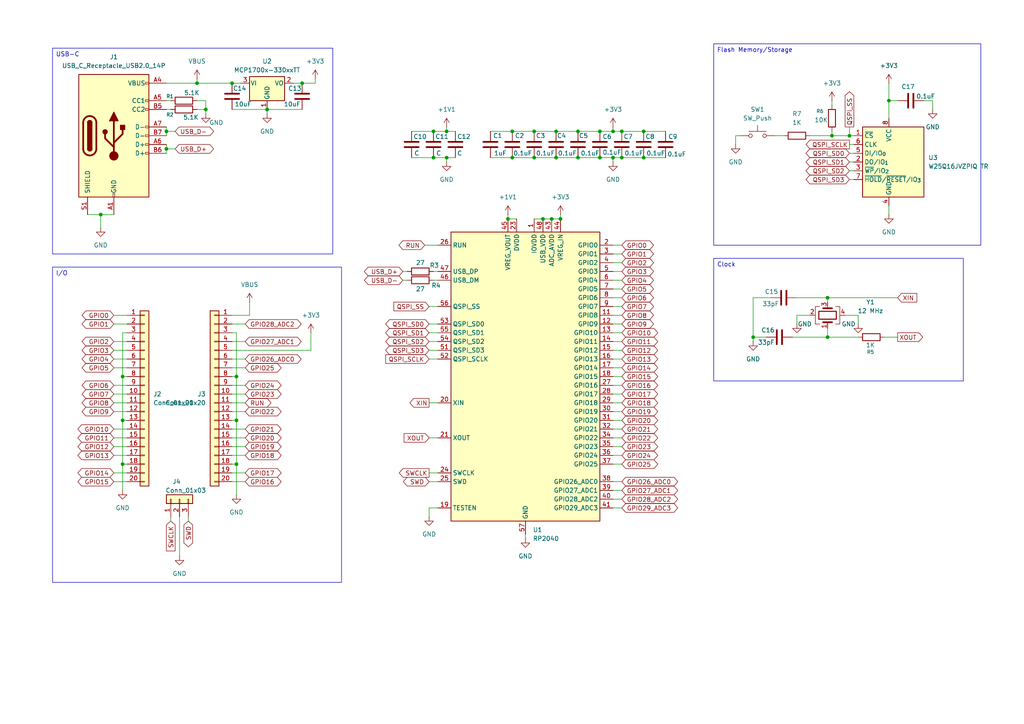
<source format=kicad_sch>
(kicad_sch (version 20250114) (generator "eeschema") (generator_version "9.0")
  (paper "A4")
  (lib_symbols
    (symbol "Connector:USB_C_Receptacle_USB2.0_14P" (pin_names (offset 1.016))
      (property "Reference" "J" (at 0 22.225 0))
      (property "Value" "USB_C_Receptacle_USB2.0_14P" (at 0 19.685 0))
      (symbol "USB_C_Receptacle_USB2.0_14P_1_1"
        (pin passive line (at -7.62 -22.86 90) (length 5.08) (name "SHIELD") (number "S1"))
        (pin passive line (at 0 -22.86 90) (length 5.08) (name "GND") (number "A1"))
        (pin passive line (at 0 -22.86 90) (length 5.08) (hide yes) (name "GND") (number "A12"))
        (pin passive line (at 0 -22.86 90) (length 5.08) (hide yes) (name "GND") (number "B1"))
        (pin passive line (at 0 -22.86 90) (length 5.08) (hide yes) (name "GND") (number "B12"))
        (pin passive line (at 15.24 15.24 180) (length 5.08) (name "VBUS") (number "A4"))
        (pin passive line (at 15.24 15.24 180) (length 5.08) (hide yes) (name "VBUS") (number "A9"))
        (pin passive line (at 15.24 15.24 180) (length 5.08) (hide yes) (name "VBUS") (number "B4"))
        (pin passive line (at 15.24 15.24 180) (length 5.08) (hide yes) (name "VBUS") (number "B9"))
        (pin bidirectional line (at 15.24 10.16 180) (length 5.08) (name "CC1") (number "A5"))
        (pin bidirectional line (at 15.24 7.62 180) (length 5.08) (name "CC2") (number "B5"))
        (pin bidirectional line (at 15.24 2.54 180) (length 5.08) (name "D-") (number "A7"))
        (pin bidirectional line (at 15.24 0 180) (length 5.08) (name "D-") (number "B7"))
        (pin bidirectional line (at 15.24 -2.54 180) (length 5.08) (name "D+") (number "A6"))
        (pin bidirectional line (at 15.24 -5.08 180) (length 5.08) (name "D+") (number "B6"))
      )
    )
    (symbol "Connector_Generic:Conn_01x03" (pin_names (offset 1.016) (hide yes))
      (property "Reference" "J" (at 0 5.08 0))
      (property "Value" "Conn_01x03" (at 0 -5.08 0))
      (symbol "Conn_01x03_1_1"
        (pin passive line (at -5.08 2.54 0) (length 3.81) (name "Pin_1") (number "1"))
        (pin passive line (at -5.08 0 0) (length 3.81) (name "Pin_2") (number "2"))
        (pin passive line (at -5.08 -2.54 0) (length 3.81) (name "Pin_3") (number "3"))
      )
    )
    (symbol "Connector_Generic:Conn_01x20" (pin_names (offset 1.016) (hide yes))
      (property "Reference" "J" (at 0 25.4 0))
      (property "Value" "Conn_01x20" (at 0 -27.94 0))
      (symbol "Conn_01x20_1_1"
        (pin passive line (at -5.08 22.86 0) (length 3.81) (name "Pin_1") (number "1"))
        (pin passive line (at -5.08 20.32 0) (length 3.81) (name "Pin_2") (number "2"))
        (pin passive line (at -5.08 17.78 0) (length 3.81) (name "Pin_3") (number "3"))
        (pin passive line (at -5.08 15.24 0) (length 3.81) (name "Pin_4") (number "4"))
        (pin passive line (at -5.08 12.7 0) (length 3.81) (name "Pin_5") (number "5"))
        (pin passive line (at -5.08 10.16 0) (length 3.81) (name "Pin_6") (number "6"))
        (pin passive line (at -5.08 7.62 0) (length 3.81) (name "Pin_7") (number "7"))
        (pin passive line (at -5.08 5.08 0) (length 3.81) (name "Pin_8") (number "8"))
        (pin passive line (at -5.08 2.54 0) (length 3.81) (name "Pin_9") (number "9"))
        (pin passive line (at -5.08 0 0) (length 3.81) (name "Pin_10") (number "10"))
        (pin passive line (at -5.08 -2.54 0) (length 3.81) (name "Pin_11") (number "11"))
        (pin passive line (at -5.08 -5.08 0) (length 3.81) (name "Pin_12") (number "12"))
        (pin passive line (at -5.08 -7.62 0) (length 3.81) (name "Pin_13") (number "13"))
        (pin passive line (at -5.08 -10.16 0) (length 3.81) (name "Pin_14") (number "14"))
        (pin passive line (at -5.08 -12.7 0) (length 3.81) (name "Pin_15") (number "15"))
        (pin passive line (at -5.08 -15.24 0) (length 3.81) (name "Pin_16") (number "16"))
        (pin passive line (at -5.08 -17.78 0) (length 3.81) (name "Pin_17") (number "17"))
        (pin passive line (at -5.08 -20.32 0) (length 3.81) (name "Pin_18") (number "18"))
        (pin passive line (at -5.08 -22.86 0) (length 3.81) (name "Pin_19") (number "19"))
        (pin passive line (at -5.08 -25.4 0) (length 3.81) (name "Pin_20") (number "20"))
      )
    )
    (symbol "Device:C" (pin_numbers (hide yes)) (pin_names (offset 0.254))
      (property "Reference" "C" (at 0.635 2.54 0))
      (property "Value" "C" (at 0.635 -2.54 0))
      (symbol "C_1_1"
        (pin passive line (at 0 3.81 270) (length 2.794) (name "~") (number "1"))
        (pin passive line (at 0 -3.81 90) (length 2.794) (name "~") (number "2"))
      )
    )
    (symbol "Device:Crystal_GND24" (pin_names (offset 1.016) (hide yes))
      (property "Reference" "Y" (at 3.175 5.08 0))
      (property "Value" "Crystal_GND24" (at 3.175 3.175 0))
      (symbol "Crystal_GND24_1_1"
        (pin passive line (at -3.81 0 0) (length 1.27) (name "1") (number "1"))
        (pin passive line (at 0 5.08 270) (length 1.27) (name "2") (number "2"))
        (pin passive line (at 0 -5.08 90) (length 1.27) (name "4") (number "4"))
        (pin passive line (at 3.81 0 180) (length 1.27) (name "3") (number "3"))
      )
    )
    (symbol "Device:R" (pin_numbers (hide yes)) (pin_names (offset 0))
      (property "Reference" "R" (at 2.032 0 90))
      (property "Value" "R" (at 0 0 90))
      (symbol "R_1_1"
        (pin passive line (at 0 3.81 270) (length 1.27) (name "~") (number "1"))
        (pin passive line (at 0 -3.81 90) (length 1.27) (name "~") (number "2"))
      )
    )
    (symbol "MCU_RaspberryPi:RP2040"
      (property "Reference" "U" (at 17.78 45.72 0))
      (property "Value" "RP2040" (at 17.78 43.18 0))
      (symbol "RP2040_1_1"
        (pin input line (at -25.4 38.1 0) (length 3.81) (name "RUN") (number "26"))
        (pin bidirectional line (at -25.4 30.48 0) (length 3.81) (name "USB_DP") (number "47"))
        (pin bidirectional line (at -25.4 27.94 0) (length 3.81) (name "USB_DM") (number "46"))
        (pin bidirectional line (at -25.4 20.32 0) (length 3.81) (name "QSPI_SS") (number "56"))
        (pin bidirectional line (at -25.4 15.24 0) (length 3.81) (name "QSPI_SD0") (number "53"))
        (pin bidirectional line (at -25.4 12.7 0) (length 3.81) (name "QSPI_SD1") (number "55"))
        (pin bidirectional line (at -25.4 10.16 0) (length 3.81) (name "QSPI_SD2") (number "54"))
        (pin bidirectional line (at -25.4 7.62 0) (length 3.81) (name "QSPI_SD3") (number "51"))
        (pin output line (at -25.4 5.08 0) (length 3.81) (name "QSPI_SCLK") (number "52"))
        (pin input line (at -25.4 -7.62 0) (length 3.81) (name "XIN") (number "20"))
        (pin passive line (at -25.4 -17.78 0) (length 3.81) (name "XOUT") (number "21"))
        (pin input line (at -25.4 -27.94 0) (length 3.81) (name "SWCLK") (number "24"))
        (pin bidirectional line (at -25.4 -30.48 0) (length 3.81) (name "SWD") (number "25"))
        (pin input line (at -25.4 -38.1 0) (length 3.81) (name "TESTEN") (number "19"))
        (pin power_out line (at -5.08 45.72 270) (length 3.81) (name "VREG_VOUT") (number "45"))
        (pin power_in line (at -2.54 45.72 270) (length 3.81) (name "DVDD") (number "23"))
        (pin passive line (at -2.54 45.72 270) (length 3.81) (hide yes) (name "DVDD") (number "50"))
        (pin power_in line (at 0 -45.72 90) (length 3.81) (name "GND") (number "57"))
        (pin power_in line (at 2.54 45.72 270) (length 3.81) (name "IOVDD") (number "1"))
        (pin passive line (at 2.54 45.72 270) (length 3.81) (hide yes) (name "IOVDD") (number "10"))
        (pin passive line (at 2.54 45.72 270) (length 3.81) (hide yes) (name "IOVDD") (number "22"))
        (pin passive line (at 2.54 45.72 270) (length 3.81) (hide yes) (name "IOVDD") (number "33"))
        (pin passive line (at 2.54 45.72 270) (length 3.81) (hide yes) (name "IOVDD") (number "42"))
        (pin passive line (at 2.54 45.72 270) (length 3.81) (hide yes) (name "IOVDD") (number "49"))
        (pin power_in line (at 5.08 45.72 270) (length 3.81) (name "USB_VDD") (number "48"))
        (pin power_in line (at 7.62 45.72 270) (length 3.81) (name "ADC_AVDD") (number "43"))
        (pin power_in line (at 10.16 45.72 270) (length 3.81) (name "VREG_IN") (number "44"))
        (pin bidirectional line (at 25.4 38.1 180) (length 3.81) (name "GPIO0") (number "2"))
        (pin bidirectional line (at 25.4 35.56 180) (length 3.81) (name "GPIO1") (number "3"))
        (pin bidirectional line (at 25.4 33.02 180) (length 3.81) (name "GPIO2") (number "4"))
        (pin bidirectional line (at 25.4 30.48 180) (length 3.81) (name "GPIO3") (number "5"))
        (pin bidirectional line (at 25.4 27.94 180) (length 3.81) (name "GPIO4") (number "6"))
        (pin bidirectional line (at 25.4 25.4 180) (length 3.81) (name "GPIO5") (number "7"))
        (pin bidirectional line (at 25.4 22.86 180) (length 3.81) (name "GPIO6") (number "8"))
        (pin bidirectional line (at 25.4 20.32 180) (length 3.81) (name "GPIO7") (number "9"))
        (pin bidirectional line (at 25.4 17.78 180) (length 3.81) (name "GPIO8") (number "11"))
        (pin bidirectional line (at 25.4 15.24 180) (length 3.81) (name "GPIO9") (number "12"))
        (pin bidirectional line (at 25.4 12.7 180) (length 3.81) (name "GPIO10") (number "13"))
        (pin bidirectional line (at 25.4 10.16 180) (length 3.81) (name "GPIO11") (number "14"))
        (pin bidirectional line (at 25.4 7.62 180) (length 3.81) (name "GPIO12") (number "15"))
        (pin bidirectional line (at 25.4 5.08 180) (length 3.81) (name "GPIO13") (number "16"))
        (pin bidirectional line (at 25.4 2.54 180) (length 3.81) (name "GPIO14") (number "17"))
        (pin bidirectional line (at 25.4 0 180) (length 3.81) (name "GPIO15") (number "18"))
        (pin bidirectional line (at 25.4 -2.54 180) (length 3.81) (name "GPIO16") (number "27"))
        (pin bidirectional line (at 25.4 -5.08 180) (length 3.81) (name "GPIO17") (number "28"))
        (pin bidirectional line (at 25.4 -7.62 180) (length 3.81) (name "GPIO18") (number "29"))
        (pin bidirectional line (at 25.4 -10.16 180) (length 3.81) (name "GPIO19") (number "30"))
        (pin bidirectional line (at 25.4 -12.7 180) (length 3.81) (name "GPIO20") (number "31"))
        (pin bidirectional line (at 25.4 -15.24 180) (length 3.81) (name "GPIO21") (number "32"))
        (pin bidirectional line (at 25.4 -17.78 180) (length 3.81) (name "GPIO22") (number "34"))
        (pin bidirectional line (at 25.4 -20.32 180) (length 3.81) (name "GPIO23") (number "35"))
        (pin bidirectional line (at 25.4 -22.86 180) (length 3.81) (name "GPIO24") (number "36"))
        (pin bidirectional line (at 25.4 -25.4 180) (length 3.81) (name "GPIO25") (number "37"))
        (pin bidirectional line (at 25.4 -30.48 180) (length 3.81) (name "GPIO26_ADC0") (number "38"))
        (pin bidirectional line (at 25.4 -33.02 180) (length 3.81) (name "GPIO27_ADC1") (number "39"))
        (pin bidirectional line (at 25.4 -35.56 180) (length 3.81) (name "GPIO28_ADC2") (number "40"))
        (pin bidirectional line (at 25.4 -38.1 180) (length 3.81) (name "GPIO29_ADC3") (number "41"))
      )
    )
    (symbol "Memory_Flash:W25Q128JVS"
      (property "Reference" "U" (at -6.35 11.43 0))
      (property "Value" "W25Q128JVS" (at 7.62 11.43 0))
      (symbol "W25Q128JVS_1_1"
        (pin input line (at -10.16 7.62 0) (length 2.54) (name "~{CS}") (number "1"))
        (pin input line (at -10.16 5.08 0) (length 2.54) (name "CLK") (number "6"))
        (pin bidirectional line (at -10.16 2.54 0) (length 2.54) (name "DI/IO_{0}") (number "5"))
        (pin bidirectional line (at -10.16 0 0) (length 2.54) (name "DO/IO_{1}") (number "2"))
        (pin bidirectional line (at -10.16 -2.54 0) (length 2.54) (name "~{WP}/IO_{2}") (number "3"))
        (pin bidirectional line (at -10.16 -5.08 0) (length 2.54) (name "~{HOLD}/~{RESET}/IO_{3}") (number "7"))
        (pin power_in line (at 0 12.7 270) (length 2.54) (name "VCC") (number "8"))
        (pin power_in line (at 0 -12.7 90) (length 2.54) (name "GND") (number "4"))
      )
    )
    (symbol "Regulator_Linear:MCP1700x-330xxTT" (pin_names (offset 0.254))
      (property "Reference" "U" (at -3.81 3.175 0))
      (property "Value" "MCP1700x-330xxTT" (at 0 3.175 0))
      (symbol "MCP1700x-330xxTT_1_1"
        (pin power_in line (at -7.62 0 0) (length 2.54) (name "VI") (number "3"))
        (pin power_in line (at 0 -7.62 90) (length 2.54) (name "GND") (number "1"))
        (pin power_out line (at 7.62 0 180) (length 2.54) (name "VO") (number "2"))
      )
    )
    (symbol "Switch:SW_Push" (pin_numbers (hide yes)) (pin_names (offset 1.016) (hide yes))
      (property "Reference" "SW" (at 1.27 2.54 0))
      (property "Value" "SW_Push" (at 0 -1.524 0))
      (symbol "SW_Push_0_1"
        (pin passive line (at -5.08 0 0) (length 2.54) (name "1") (number "1"))
        (pin passive line (at 5.08 0 180) (length 2.54) (name "2") (number "2"))
      )
    )
    (symbol "power:+1V1" (power) (pin_numbers (hide yes)) (pin_names (offset 0) (hide yes))
      (property "Value" "+1V1" (at 0 3.556 0))
      (symbol "+1V1_1_1"
        (pin power_in line (at 0 0 90) (length 0) (name "~") (number "1"))
      )
    )
    (symbol "power:+3V3" (power) (pin_numbers (hide yes)) (pin_names (offset 0) (hide yes))
      (property "Value" "+3V3" (at 0 3.556 0))
      (symbol "+3V3_1_1"
        (pin power_in line (at 0 0 90) (length 0) (name "~") (number "1"))
      )
    )
    (symbol "power:GND" (power) (pin_numbers (hide yes)) (pin_names (offset 0) (hide yes))
      (property "Value" "GND" (at 0 -3.81 0))
      (symbol "GND_1_1"
        (pin power_in line (at 0 0 270) (length 0) (name "~") (number "1"))
      )
    )
    (symbol "power:VBUS" (power) (pin_numbers (hide yes)) (pin_names (offset 0) (hide yes))
      (property "Value" "VBUS" (at 0 3.556 0))
      (symbol "VBUS_1_1"
        (pin power_in line (at 0 0 90) (length 0) (name "~") (number "1"))
      )
    )
  )
  (text_box "Clock\n" (at 207.01 74.93 0) (size 72.39 35.56) (margins 0.9525 0.9525 0.9525 0.9525) (effects (font (size 1.27 1.27)) (justify left top)))
  (text_box "USB-C" (at 15.24 13.97 0) (size 81.28 59.69) (margins 0.9525 0.9525 0.9525 0.9525) (effects (font (size 1.27 1.27)) (justify left top)))
  (text_box "I/O\n" (at 15.24 77.47 0) (size 83.82 91.44) (margins 0.9525 0.9525 0.9525 0.9525) (effects (font (size 1.27 1.27)) (justify left top)))
  (text_box "Flash Memory/Storage" (at 207.01 12.7 0) (size 77.47 58.42) (margins 0.9525 0.9525 0.9525 0.9525) (effects (font (size 1.27 1.27)) (justify left top)))
  (junction (at 35.56 134.62))
  (junction (at 161.29 38.1))
  (junction (at 257.81 29.21))
  (junction (at 29.21 62.23))
  (junction (at 129.54 45.72))
  (junction (at 57.15 24.13))
  (junction (at 167.64 38.1))
  (junction (at 148.59 38.1))
  (junction (at 186.69 38.1))
  (junction (at 67.31 24.13))
  (junction (at 167.64 45.72))
  (junction (at 162.56 63.5))
  (junction (at 180.34 38.1))
  (junction (at 161.29 45.72))
  (junction (at 240.03 86.36))
  (junction (at 68.58 109.22))
  (junction (at 241.3 39.37))
  (junction (at 180.34 45.72))
  (junction (at 35.56 109.22))
  (junction (at 154.94 45.72))
  (junction (at 125.73 38.1))
  (junction (at 68.58 134.62))
  (junction (at 177.8 38.1))
  (junction (at 177.8 45.72))
  (junction (at 68.58 121.92))
  (junction (at 218.44 97.79))
  (junction (at 173.99 45.72))
  (junction (at 59.69 31.75))
  (junction (at 125.73 45.72))
  (junction (at 160.02 63.5))
  (junction (at 148.59 45.72))
  (junction (at 48.26 38.1))
  (junction (at 157.48 63.5))
  (junction (at 48.26 43.18))
  (junction (at 173.99 38.1))
  (junction (at 246.38 39.37))
  (junction (at 147.32 63.5))
  (junction (at 154.94 38.1))
  (junction (at 129.54 38.1))
  (junction (at 35.56 121.92))
  (junction (at 87.63 24.13))
  (junction (at 240.03 97.79))
  (junction (at 77.47 31.75))
  (junction (at 186.69 45.72))
  (wire (pts (xy 257.81 24.13) (xy 257.81 29.21)))
  (wire (pts (xy 177.8 91.44) (xy 180.34 91.44)))
  (wire (pts (xy 177.8 76.2) (xy 180.34 76.2)))
  (wire (pts (xy 246.38 39.37) (xy 247.65 39.37)))
  (wire (pts (xy 33.02 111.76) (xy 36.83 111.76)))
  (wire (pts (xy 67.31 124.46) (xy 71.12 124.46)))
  (wire (pts (xy 59.69 29.21) (xy 59.69 31.75)))
  (wire (pts (xy 33.02 129.54) (xy 36.83 129.54)))
  (wire (pts (xy 147.32 63.5) (xy 149.86 63.5)))
  (wire (pts (xy 77.47 31.75) (xy 87.63 31.75)))
  (wire (pts (xy 177.8 114.3) (xy 180.34 114.3)))
  (wire (pts (xy 48.26 38.1) (xy 50.8 38.1)))
  (wire (pts (xy 267.97 29.21) (xy 270.51 29.21)))
  (wire (pts (xy 257.81 59.69) (xy 257.81 62.23)))
  (wire (pts (xy 213.36 39.37) (xy 213.36 41.91)))
  (wire (pts (xy 148.59 45.72) (xy 154.94 45.72)))
  (wire (pts (xy 91.44 22.86) (xy 91.44 24.13)))
  (wire (pts (xy 245.11 91.44) (xy 248.92 91.44)))
  (wire (pts (xy 177.8 106.68) (xy 180.34 106.68)))
  (wire (pts (xy 270.51 29.21) (xy 270.51 31.75)))
  (wire (pts (xy 218.44 86.36) (xy 223.52 86.36)))
  (wire (pts (xy 123.19 71.12) (xy 127 71.12)))
  (wire (pts (xy 67.31 121.92) (xy 68.58 121.92)))
  (wire (pts (xy 213.36 39.37) (xy 214.63 39.37)))
  (wire (pts (xy 177.8 96.52) (xy 180.34 96.52)))
  (wire (pts (xy 177.8 45.72) (xy 180.34 45.72)))
  (wire (pts (xy 36.83 109.22) (xy 35.56 109.22)))
  (wire (pts (xy 246.38 46.99) (xy 247.65 46.99)))
  (wire (pts (xy 154.94 38.1) (xy 161.29 38.1)))
  (wire (pts (xy 36.83 96.52) (xy 35.56 96.52)))
  (wire (pts (xy 57.15 22.86) (xy 57.15 24.13)))
  (wire (pts (xy 257.81 29.21) (xy 257.81 34.29)))
  (wire (pts (xy 124.46 137.16) (xy 127 137.16)))
  (wire (pts (xy 87.63 24.13) (xy 91.44 24.13)))
  (wire (pts (xy 125.73 78.74) (xy 127 78.74)))
  (wire (pts (xy 177.8 142.24) (xy 180.34 142.24)))
  (wire (pts (xy 241.3 39.37) (xy 246.38 39.37)))
  (wire (pts (xy 229.87 97.79) (xy 240.03 97.79)))
  (wire (pts (xy 177.8 111.76) (xy 180.34 111.76)))
  (wire (pts (xy 231.14 86.36) (xy 240.03 86.36)))
  (wire (pts (xy 177.8 104.14) (xy 180.34 104.14)))
  (wire (pts (xy 177.8 127) (xy 180.34 127)))
  (wire (pts (xy 36.83 121.92) (xy 35.56 121.92)))
  (wire (pts (xy 157.48 63.5) (xy 160.02 63.5)))
  (wire (pts (xy 129.54 36.83) (xy 129.54 38.1)))
  (wire (pts (xy 129.54 45.72) (xy 129.54 46.99)))
  (wire (pts (xy 125.73 38.1) (xy 129.54 38.1)))
  (wire (pts (xy 67.31 109.22) (xy 68.58 109.22)))
  (wire (pts (xy 35.56 109.22) (xy 35.56 121.92)))
  (wire (pts (xy 177.8 116.84) (xy 180.34 116.84)))
  (wire (pts (xy 68.58 109.22) (xy 68.58 121.92)))
  (wire (pts (xy 67.31 137.16) (xy 71.12 137.16)))
  (wire (pts (xy 256.54 97.79) (xy 260.35 97.79)))
  (wire (pts (xy 125.73 81.28) (xy 127 81.28)))
  (wire (pts (xy 33.02 137.16) (xy 36.83 137.16)))
  (wire (pts (xy 33.02 124.46) (xy 36.83 124.46)))
  (wire (pts (xy 180.34 38.1) (xy 186.69 38.1)))
  (wire (pts (xy 160.02 63.5) (xy 162.56 63.5)))
  (wire (pts (xy 67.31 96.52) (xy 68.58 96.52)))
  (wire (pts (xy 33.02 99.06) (xy 36.83 99.06)))
  (wire (pts (xy 48.26 38.1) (xy 48.26 39.37)))
  (wire (pts (xy 167.64 45.72) (xy 173.99 45.72)))
  (wire (pts (xy 218.44 86.36) (xy 218.44 97.79)))
  (wire (pts (xy 48.26 29.21) (xy 49.53 29.21)))
  (wire (pts (xy 57.15 29.21) (xy 59.69 29.21)))
  (wire (pts (xy 67.31 99.06) (xy 71.12 99.06)))
  (wire (pts (xy 218.44 97.79) (xy 218.44 99.06)))
  (wire (pts (xy 119.38 38.1) (xy 125.73 38.1)))
  (wire (pts (xy 77.47 31.75) (xy 77.47 33.02)))
  (wire (pts (xy 67.31 91.44) (xy 72.39 91.44)))
  (wire (pts (xy 67.31 24.13) (xy 69.85 24.13)))
  (wire (pts (xy 116.84 78.74) (xy 118.11 78.74)))
  (wire (pts (xy 59.69 31.75) (xy 59.69 33.02)))
  (wire (pts (xy 177.8 93.98) (xy 180.34 93.98)))
  (wire (pts (xy 177.8 101.6) (xy 180.34 101.6)))
  (wire (pts (xy 142.24 45.72) (xy 148.59 45.72)))
  (wire (pts (xy 48.26 43.18) (xy 48.26 44.45)))
  (wire (pts (xy 246.38 44.45) (xy 247.65 44.45)))
  (wire (pts (xy 246.38 52.07) (xy 247.65 52.07)))
  (wire (pts (xy 246.38 36.83) (xy 246.38 39.37)))
  (wire (pts (xy 234.95 39.37) (xy 241.3 39.37)))
  (wire (pts (xy 177.8 147.32) (xy 180.34 147.32)))
  (wire (pts (xy 124.46 88.9) (xy 127 88.9)))
  (wire (pts (xy 124.46 147.32) (xy 127 147.32)))
  (wire (pts (xy 119.38 45.72) (xy 125.73 45.72)))
  (wire (pts (xy 177.8 134.62) (xy 180.34 134.62)))
  (wire (pts (xy 124.46 104.14) (xy 127 104.14)))
  (wire (pts (xy 67.31 139.7) (xy 71.12 139.7)))
  (wire (pts (xy 248.92 91.44) (xy 248.92 93.98)))
  (wire (pts (xy 180.34 45.72) (xy 186.69 45.72)))
  (wire (pts (xy 177.8 121.92) (xy 180.34 121.92)))
  (wire (pts (xy 240.03 95.25) (xy 240.03 97.79)))
  (wire (pts (xy 240.03 86.36) (xy 260.35 86.36)))
  (wire (pts (xy 57.15 24.13) (xy 67.31 24.13)))
  (wire (pts (xy 177.8 78.74) (xy 180.34 78.74)))
  (wire (pts (xy 36.83 134.62) (xy 35.56 134.62)))
  (wire (pts (xy 231.14 91.44) (xy 234.95 91.44)))
  (wire (pts (xy 124.46 147.32) (xy 124.46 149.86)))
  (wire (pts (xy 116.84 81.28) (xy 118.11 81.28)))
  (wire (pts (xy 257.81 29.21) (xy 260.35 29.21)))
  (wire (pts (xy 25.4 62.23) (xy 29.21 62.23)))
  (wire (pts (xy 177.8 45.72) (xy 177.8 46.99)))
  (wire (pts (xy 67.31 101.6) (xy 90.17 101.6)))
  (wire (pts (xy 52.07 149.86) (xy 52.07 161.29)))
  (wire (pts (xy 67.31 127) (xy 71.12 127)))
  (wire (pts (xy 124.46 99.06) (xy 127 99.06)))
  (wire (pts (xy 35.56 96.52) (xy 35.56 109.22)))
  (wire (pts (xy 129.54 38.1) (xy 132.08 38.1)))
  (wire (pts (xy 87.63 24.13) (xy 85.09 24.13)))
  (wire (pts (xy 67.31 129.54) (xy 71.12 129.54)))
  (wire (pts (xy 177.8 71.12) (xy 180.34 71.12)))
  (wire (pts (xy 186.69 45.72) (xy 193.04 45.72)))
  (wire (pts (xy 29.21 62.23) (xy 33.02 62.23)))
  (wire (pts (xy 173.99 38.1) (xy 177.8 38.1)))
  (wire (pts (xy 48.26 31.75) (xy 49.53 31.75)))
  (wire (pts (xy 124.46 96.52) (xy 127 96.52)))
  (wire (pts (xy 48.26 41.91) (xy 48.26 43.18)))
  (wire (pts (xy 124.46 116.84) (xy 127 116.84)))
  (wire (pts (xy 67.31 119.38) (xy 71.12 119.38)))
  (wire (pts (xy 124.46 93.98) (xy 127 93.98)))
  (wire (pts (xy 124.46 101.6) (xy 127 101.6)))
  (wire (pts (xy 177.8 124.46) (xy 180.34 124.46)))
  (wire (pts (xy 125.73 45.72) (xy 129.54 45.72)))
  (wire (pts (xy 246.38 41.91) (xy 247.65 41.91)))
  (wire (pts (xy 240.03 86.36) (xy 240.03 87.63)))
  (wire (pts (xy 90.17 96.52) (xy 90.17 101.6)))
  (wire (pts (xy 33.02 91.44) (xy 36.83 91.44)))
  (wire (pts (xy 231.14 91.44) (xy 231.14 93.98)))
  (wire (pts (xy 177.8 129.54) (xy 180.34 129.54)))
  (wire (pts (xy 67.31 31.75) (xy 77.47 31.75)))
  (wire (pts (xy 33.02 127) (xy 36.83 127)))
  (wire (pts (xy 177.8 144.78) (xy 180.34 144.78)))
  (wire (pts (xy 48.26 36.83) (xy 48.26 38.1)))
  (wire (pts (xy 29.21 62.23) (xy 29.21 66.04)))
  (wire (pts (xy 33.02 132.08) (xy 36.83 132.08)))
  (wire (pts (xy 68.58 134.62) (xy 68.58 143.51)))
  (wire (pts (xy 186.69 38.1) (xy 193.04 38.1)))
  (wire (pts (xy 67.31 106.68) (xy 71.12 106.68)))
  (wire (pts (xy 129.54 45.72) (xy 132.08 45.72)))
  (wire (pts (xy 177.8 73.66) (xy 180.34 73.66)))
  (wire (pts (xy 177.8 109.22) (xy 180.34 109.22)))
  (wire (pts (xy 67.31 134.62) (xy 68.58 134.62)))
  (wire (pts (xy 177.8 99.06) (xy 180.34 99.06)))
  (wire (pts (xy 72.39 87.63) (xy 72.39 91.44)))
  (wire (pts (xy 246.38 49.53) (xy 247.65 49.53)))
  (wire (pts (xy 124.46 127) (xy 127 127)))
  (wire (pts (xy 218.44 97.79) (xy 222.25 97.79)))
  (wire (pts (xy 68.58 121.92) (xy 68.58 134.62)))
  (wire (pts (xy 33.02 106.68) (xy 36.83 106.68)))
  (wire (pts (xy 177.8 86.36) (xy 180.34 86.36)))
  (wire (pts (xy 54.61 149.86) (xy 54.61 151.13)))
  (wire (pts (xy 224.79 39.37) (xy 227.33 39.37)))
  (wire (pts (xy 148.59 38.1) (xy 154.94 38.1)))
  (wire (pts (xy 49.53 149.86) (xy 49.53 151.13)))
  (wire (pts (xy 33.02 119.38) (xy 36.83 119.38)))
  (wire (pts (xy 67.31 111.76) (xy 71.12 111.76)))
  (wire (pts (xy 33.02 139.7) (xy 36.83 139.7)))
  (wire (pts (xy 35.56 134.62) (xy 35.56 142.24)))
  (wire (pts (xy 161.29 45.72) (xy 167.64 45.72)))
  (wire (pts (xy 177.8 132.08) (xy 180.34 132.08)))
  (wire (pts (xy 240.03 97.79) (xy 248.92 97.79)))
  (wire (pts (xy 152.4 154.94) (xy 152.4 156.21)))
  (wire (pts (xy 57.15 31.75) (xy 59.69 31.75)))
  (wire (pts (xy 33.02 93.98) (xy 36.83 93.98)))
  (wire (pts (xy 177.8 81.28) (xy 180.34 81.28)))
  (wire (pts (xy 124.46 139.7) (xy 127 139.7)))
  (wire (pts (xy 177.8 83.82) (xy 180.34 83.82)))
  (wire (pts (xy 177.8 36.83) (xy 177.8 38.1)))
  (wire (pts (xy 177.8 38.1) (xy 180.34 38.1)))
  (wire (pts (xy 154.94 45.72) (xy 161.29 45.72)))
  (wire (pts (xy 67.31 132.08) (xy 71.12 132.08)))
  (wire (pts (xy 67.31 104.14) (xy 71.12 104.14)))
  (wire (pts (xy 241.3 29.21) (xy 241.3 30.48)))
  (wire (pts (xy 48.26 24.13) (xy 57.15 24.13)))
  (wire (pts (xy 177.8 139.7) (xy 180.34 139.7)))
  (wire (pts (xy 162.56 62.23) (xy 162.56 63.5)))
  (wire (pts (xy 161.29 38.1) (xy 167.64 38.1)))
  (wire (pts (xy 147.32 62.23) (xy 147.32 63.5)))
  (wire (pts (xy 68.58 96.52) (xy 68.58 109.22)))
  (wire (pts (xy 33.02 104.14) (xy 36.83 104.14)))
  (wire (pts (xy 35.56 121.92) (xy 35.56 134.62)))
  (wire (pts (xy 142.24 38.1) (xy 148.59 38.1)))
  (wire (pts (xy 177.8 119.38) (xy 180.34 119.38)))
  (wire (pts (xy 177.8 88.9) (xy 180.34 88.9)))
  (wire (pts (xy 241.3 38.1) (xy 241.3 39.37)))
  (wire (pts (xy 167.64 38.1) (xy 173.99 38.1)))
  (wire (pts (xy 173.99 45.72) (xy 177.8 45.72)))
  (wire (pts (xy 67.31 114.3) (xy 71.12 114.3)))
  (wire (pts (xy 48.26 43.18) (xy 50.8 43.18)))
  (wire (pts (xy 33.02 101.6) (xy 36.83 101.6)))
  (wire (pts (xy 67.31 116.84) (xy 71.12 116.84)))
  (wire (pts (xy 33.02 116.84) (xy 36.83 116.84)))
  (wire (pts (xy 67.31 93.98) (xy 71.12 93.98)))
  (wire (pts (xy 154.94 63.5) (xy 157.48 63.5)))
  (wire (pts (xy 33.02 114.3) (xy 36.83 114.3)))
  (global_label "GPIO2" (shape bidirectional) (at 180.34 76.2 0) (property "Intersheetrefs" "${INTERSHEET_REFS}" (effects (hide yes))))
  (global_label "GPIO23" (shape bidirectional) (at 71.12 114.3 0) (property "Intersheetrefs" "${INTERSHEET_REFS}" (effects (hide yes))))
  (global_label "QSPI_SD0" (shape bidirectional) (at 124.46 93.98 180) (property "Intersheetrefs" "${INTERSHEET_REFS}" (effects (hide yes))))
  (global_label "SWD" (shape bidirectional) (at 124.46 139.7 180) (property "Intersheetrefs" "${INTERSHEET_REFS}" (effects (hide yes))))
  (global_label "RUN" (shape bidirectional) (at 123.19 71.12 180) (property "Intersheetrefs" "${INTERSHEET_REFS}" (effects (hide yes))))
  (global_label "GPIO10" (shape bidirectional) (at 33.02 124.46 180) (property "Intersheetrefs" "${INTERSHEET_REFS}" (effects (hide yes))))
  (global_label "GPIO17" (shape bidirectional) (at 71.12 137.16 0) (property "Intersheetrefs" "${INTERSHEET_REFS}" (effects (hide yes))))
  (global_label "GPIO10" (shape bidirectional) (at 180.34 96.52 0) (property "Intersheetrefs" "${INTERSHEET_REFS}" (effects (hide yes))))
  (global_label "XOUT" (shape input) (at 124.46 127 180) (property "Intersheetrefs" "${INTERSHEET_REFS}" (effects (hide yes))))
  (global_label "GPIO19" (shape bidirectional) (at 180.34 119.38 0) (property "Intersheetrefs" "${INTERSHEET_REFS}" (effects (hide yes))))
  (global_label "GPIO24" (shape bidirectional) (at 180.34 132.08 0) (property "Intersheetrefs" "${INTERSHEET_REFS}" (effects (hide yes))))
  (global_label "GPIO12" (shape bidirectional) (at 180.34 101.6 0) (property "Intersheetrefs" "${INTERSHEET_REFS}" (effects (hide yes))))
  (global_label "GPIO26_ADC0" (shape bidirectional) (at 180.34 139.7 0) (property "Intersheetrefs" "${INTERSHEET_REFS}" (effects (hide yes))))
  (global_label "QSPI_SCLK" (shape input) (at 124.46 104.14 180) (property "Intersheetrefs" "${INTERSHEET_REFS}" (effects (hide yes))))
  (global_label "GPIO20" (shape bidirectional) (at 180.34 121.92 0) (property "Intersheetrefs" "${INTERSHEET_REFS}" (effects (hide yes))))
  (global_label "QSPI_SD3" (shape bidirectional) (at 246.38 52.07 180) (property "Intersheetrefs" "${INTERSHEET_REFS}" (effects (hide yes))))
  (global_label "GPIO4" (shape bidirectional) (at 180.34 81.28 0) (property "Intersheetrefs" "${INTERSHEET_REFS}" (effects (hide yes))))
  (global_label "QSPI_SD0" (shape bidirectional) (at 246.38 44.45 180) (property "Intersheetrefs" "${INTERSHEET_REFS}" (effects (hide yes))))
  (global_label "GPIO16" (shape bidirectional) (at 71.12 139.7 0) (property "Intersheetrefs" "${INTERSHEET_REFS}" (effects (hide yes))))
  (global_label "SWD" (shape bidirectional) (at 54.61 151.13 270) (property "Intersheetrefs" "${INTERSHEET_REFS}" (effects (hide yes))))
  (global_label "GPIO2" (shape bidirectional) (at 33.02 99.06 180) (property "Intersheetrefs" "${INTERSHEET_REFS}" (effects (hide yes))))
  (global_label "QSPI_SD3" (shape bidirectional) (at 124.46 101.6 180) (property "Intersheetrefs" "${INTERSHEET_REFS}" (effects (hide yes))))
  (global_label "GPIO3" (shape bidirectional) (at 33.02 101.6 180) (property "Intersheetrefs" "${INTERSHEET_REFS}" (effects (hide yes))))
  (global_label "GPIO14" (shape bidirectional) (at 33.02 137.16 180) (property "Intersheetrefs" "${INTERSHEET_REFS}" (effects (hide yes))))
  (global_label "GPIO20" (shape bidirectional) (at 71.12 127 0) (property "Intersheetrefs" "${INTERSHEET_REFS}" (effects (hide yes))))
  (global_label "SWCLK" (shape input) (at 49.53 151.13 270) (property "Intersheetrefs" "${INTERSHEET_REFS}" (effects (hide yes))))
  (global_label "QSPI_SS" (shape input) (at 124.46 88.9 180) (property "Intersheetrefs" "${INTERSHEET_REFS}" (effects (hide yes))))
  (global_label "USB_D+" (shape bidirectional) (at 50.8 43.18 0) (property "Intersheetrefs" "${INTERSHEET_REFS}" (effects (hide yes))))
  (global_label "GPIO28_ADC2" (shape bidirectional) (at 71.12 93.98 0) (property "Intersheetrefs" "${INTERSHEET_REFS}" (effects (hide yes))))
  (global_label "GPIO9" (shape bidirectional) (at 33.02 119.38 180) (property "Intersheetrefs" "${INTERSHEET_REFS}" (effects (hide yes))))
  (global_label "GPIO23" (shape bidirectional) (at 180.34 129.54 0) (property "Intersheetrefs" "${INTERSHEET_REFS}" (effects (hide yes))))
  (global_label "GPIO25" (shape bidirectional) (at 180.34 134.62 0) (property "Intersheetrefs" "${INTERSHEET_REFS}" (effects (hide yes))))
  (global_label "QSPI_SD1" (shape bidirectional) (at 246.38 46.99 180) (property "Intersheetrefs" "${INTERSHEET_REFS}" (effects (hide yes))))
  (global_label "GPIO1" (shape bidirectional) (at 180.34 73.66 0) (property "Intersheetrefs" "${INTERSHEET_REFS}" (effects (hide yes))))
  (global_label "XOUT" (shape output) (at 260.35 97.79 0) (property "Intersheetrefs" "${INTERSHEET_REFS}" (effects (hide yes))))
  (global_label "QSPI_SD2" (shape bidirectional) (at 124.46 99.06 180) (property "Intersheetrefs" "${INTERSHEET_REFS}" (effects (hide yes))))
  (global_label "GPIO7" (shape bidirectional) (at 33.02 114.3 180) (property "Intersheetrefs" "${INTERSHEET_REFS}" (effects (hide yes))))
  (global_label "GPIO27_ADC1" (shape bidirectional) (at 71.12 99.06 0) (property "Intersheetrefs" "${INTERSHEET_REFS}" (effects (hide yes))))
  (global_label "GPIO8" (shape bidirectional) (at 33.02 116.84 180) (property "Intersheetrefs" "${INTERSHEET_REFS}" (effects (hide yes))))
  (global_label "GPIO27_ADC1" (shape bidirectional) (at 180.34 142.24 0) (property "Intersheetrefs" "${INTERSHEET_REFS}" (effects (hide yes))))
  (global_label "GPIO6" (shape bidirectional) (at 33.02 111.76 180) (property "Intersheetrefs" "${INTERSHEET_REFS}" (effects (hide yes))))
  (global_label "GPIO17" (shape bidirectional) (at 180.34 114.3 0) (property "Intersheetrefs" "${INTERSHEET_REFS}" (effects (hide yes))))
  (global_label "GPIO18" (shape bidirectional) (at 180.34 116.84 0) (property "Intersheetrefs" "${INTERSHEET_REFS}" (effects (hide yes))))
  (global_label "GPIO7" (shape bidirectional) (at 180.34 88.9 0) (property "Intersheetrefs" "${INTERSHEET_REFS}" (effects (hide yes))))
  (global_label "GPIO21" (shape bidirectional) (at 71.12 124.46 0) (property "Intersheetrefs" "${INTERSHEET_REFS}" (effects (hide yes))))
  (global_label "USB_D-" (shape bidirectional) (at 116.84 81.28 180) (property "Intersheetrefs" "${INTERSHEET_REFS}" (effects (hide yes))))
  (global_label "GPIO11" (shape bidirectional) (at 180.34 99.06 0) (property "Intersheetrefs" "${INTERSHEET_REFS}" (effects (hide yes))))
  (global_label "GPIO9" (shape bidirectional) (at 180.34 93.98 0) (property "Intersheetrefs" "${INTERSHEET_REFS}" (effects (hide yes))))
  (global_label "GPIO0" (shape bidirectional) (at 180.34 71.12 0) (property "Intersheetrefs" "${INTERSHEET_REFS}" (effects (hide yes))))
  (global_label "GPIO22" (shape bidirectional) (at 180.34 127 0) (property "Intersheetrefs" "${INTERSHEET_REFS}" (effects (hide yes))))
  (global_label "USB_D+" (shape bidirectional) (at 116.84 78.74 180) (property "Intersheetrefs" "${INTERSHEET_REFS}" (effects (hide yes))))
  (global_label "GPIO6" (shape bidirectional) (at 180.34 86.36 0) (property "Intersheetrefs" "${INTERSHEET_REFS}" (effects (hide yes))))
  (global_label "GPIO15" (shape bidirectional) (at 33.02 139.7 180) (property "Intersheetrefs" "${INTERSHEET_REFS}" (effects (hide yes))))
  (global_label "GPIO15" (shape bidirectional) (at 180.34 109.22 0) (property "Intersheetrefs" "${INTERSHEET_REFS}" (effects (hide yes))))
  (global_label "GPIO18" (shape bidirectional) (at 71.12 132.08 0) (property "Intersheetrefs" "${INTERSHEET_REFS}" (effects (hide yes))))
  (global_label "GPIO8" (shape bidirectional) (at 180.34 91.44 0) (property "Intersheetrefs" "${INTERSHEET_REFS}" (effects (hide yes))))
  (global_label "GPIO28_ADC2" (shape bidirectional) (at 180.34 144.78 0) (property "Intersheetrefs" "${INTERSHEET_REFS}" (effects (hide yes))))
  (global_label "SWCLK" (shape output) (at 124.46 137.16 180) (property "Intersheetrefs" "${INTERSHEET_REFS}" (effects (hide yes))))
  (global_label "XIN" (shape input) (at 260.35 86.36 0) (property "Intersheetrefs" "${INTERSHEET_REFS}" (effects (hide yes))))
  (global_label "GPIO11" (shape bidirectional) (at 33.02 127 180) (property "Intersheetrefs" "${INTERSHEET_REFS}" (effects (hide yes))))
  (global_label "GPIO22" (shape bidirectional) (at 71.12 119.38 0) (property "Intersheetrefs" "${INTERSHEET_REFS}" (effects (hide yes))))
  (global_label "GPIO3" (shape bidirectional) (at 180.34 78.74 0) (property "Intersheetrefs" "${INTERSHEET_REFS}" (effects (hide yes))))
  (global_label "GPIO5" (shape bidirectional) (at 180.34 83.82 0) (property "Intersheetrefs" "${INTERSHEET_REFS}" (effects (hide yes))))
  (global_label "XIN" (shape output) (at 124.46 116.84 180) (property "Intersheetrefs" "${INTERSHEET_REFS}" (effects (hide yes))))
  (global_label "GPIO25" (shape bidirectional) (at 71.12 106.68 0) (property "Intersheetrefs" "${INTERSHEET_REFS}" (effects (hide yes))))
  (global_label "GPIO12" (shape bidirectional) (at 33.02 129.54 180) (property "Intersheetrefs" "${INTERSHEET_REFS}" (effects (hide yes))))
  (global_label "USB_D-" (shape bidirectional) (at 50.8 38.1 0) (property "Intersheetrefs" "${INTERSHEET_REFS}" (effects (hide yes))))
  (global_label "GPIO5" (shape bidirectional) (at 33.02 106.68 180) (property "Intersheetrefs" "${INTERSHEET_REFS}" (effects (hide yes))))
  (global_label "GPIO24" (shape bidirectional) (at 71.12 111.76 0) (property "Intersheetrefs" "${INTERSHEET_REFS}" (effects (hide yes))))
  (global_label "GPIO13" (shape bidirectional) (at 180.34 104.14 0) (property "Intersheetrefs" "${INTERSHEET_REFS}" (effects (hide yes))))
  (global_label "GPIO4" (shape bidirectional) (at 33.02 104.14 180) (property "Intersheetrefs" "${INTERSHEET_REFS}" (effects (hide yes))))
  (global_label "GPIO21" (shape bidirectional) (at 180.34 124.46 0) (property "Intersheetrefs" "${INTERSHEET_REFS}" (effects (hide yes))))
  (global_label "GPIO1" (shape bidirectional) (at 33.02 93.98 180) (property "Intersheetrefs" "${INTERSHEET_REFS}" (effects (hide yes))))
  (global_label "GPIO16" (shape bidirectional) (at 180.34 111.76 0) (property "Intersheetrefs" "${INTERSHEET_REFS}" (effects (hide yes))))
  (global_label "GPIO19" (shape bidirectional) (at 71.12 129.54 0) (property "Intersheetrefs" "${INTERSHEET_REFS}" (effects (hide yes))))
  (global_label "QSPI_SD1" (shape bidirectional) (at 124.46 96.52 180) (property "Intersheetrefs" "${INTERSHEET_REFS}" (effects (hide yes))))
  (global_label "GPIO29_ADC3" (shape bidirectional) (at 180.34 147.32 0) (property "Intersheetrefs" "${INTERSHEET_REFS}" (effects (hide yes))))
  (global_label "GPIO0" (shape bidirectional) (at 33.02 91.44 180) (property "Intersheetrefs" "${INTERSHEET_REFS}" (effects (hide yes))))
  (global_label "QSPI_SD2" (shape bidirectional) (at 246.38 49.53 180) (property "Intersheetrefs" "${INTERSHEET_REFS}" (effects (hide yes))))
  (global_label "RUN" (shape bidirectional) (at 71.12 116.84 0) (property "Intersheetrefs" "${INTERSHEET_REFS}" (effects (hide yes))))
  (global_label "QSPI_SCLK" (shape output) (at 246.38 41.91 180) (property "Intersheetrefs" "${INTERSHEET_REFS}" (effects (hide yes))))
  (global_label "GPIO26_ADC0" (shape bidirectional) (at 71.12 104.14 0) (property "Intersheetrefs" "${INTERSHEET_REFS}" (effects (hide yes))))
  (global_label "GPIO14" (shape bidirectional) (at 180.34 106.68 0) (property "Intersheetrefs" "${INTERSHEET_REFS}" (effects (hide yes))))
  (global_label "GPIO13" (shape bidirectional) (at 33.02 132.08 180) (property "Intersheetrefs" "${INTERSHEET_REFS}" (effects (hide yes))))
  (global_label "QSPI_SS" (shape output) (at 246.38 36.83 90) (property "Intersheetrefs" "${INTERSHEET_REFS}" (effects (hide yes))))
  (symbol (lib_id "Connector_Generic:Conn_01x20") (at 41.91 114.3 0) (unit 1)
    (property "Reference" "J2" (at 44.45 114.2999 0) (effects (justify left)))
    (property "Value" "Conn_01x20" (at 44.45 116.8399 0) (effects (justify left)))
    (property "Footprint" "Connector_PinHeader_2.54mm:PinHeader_1x20_P2.54mm_Vertical" (effects (hide yes)))
    (property "Description" "Generic connector, single row, 01x20, script generated (kicad-library-utils/schlib/autogen/connector/)" (effects (hide yes)))
  )
  (symbol (lib_id "Switch:SW_Push") (at 219.71 39.37 0) (unit 1)
    (property "Reference" "SW1" (at 219.71 31.75 0))
    (property "Value" "SW_Push" (at 219.71 34.29 0))
    (property "Footprint" "Button_Switch_SMD:SW_Push_SPST_NO_Alps_SKRK" (effects (hide yes)))
    (property "Description" "Push button switch, generic, two pins" (effects (hide yes)))
  )
  (symbol (lib_id "power:GND") (at 248.92 93.98 0) (unit 1)
    (property "Reference" "#PWR012" (effects (hide yes)))
    (property "Value" "GND" (at 246.126 93.98 0))
    (property "Description" "Power symbol creates a global label with name \"GND\" , ground" (effects (hide yes)))
  )
  (symbol (lib_id "Device:Crystal_GND24") (at 240.03 91.44 90) (unit 1)
    (property "Reference" "Y1" (at 252.476 87.63 90))
    (property "Value" "12 MHz" (at 252.476 90.17 90))
    (property "Footprint" "Crystal:Crystal_SMD_3225-4Pin_3.2x2.5mm" (effects (hide yes)))
    (property "Description" "Four pin crystal, GND on pins 2 and 4" (effects (hide yes)))
  )
  (symbol (lib_id "MCU_RaspberryPi:RP2040") (at 152.4 109.22 0) (unit 1)
    (property "Reference" "U1" (at 154.5433 153.67 0) (effects (justify left)))
    (property "Value" "RP2040" (at 154.5433 156.21 0) (effects (justify left)))
    (property "Footprint" "Package_DFN_QFN:QFN-56-1EP_7x7mm_P0.4mm_EP3.2x3.2mm" (effects (hide yes)))
    (property "Datasheet" "https://datasheets.raspberrypi.com/rp2040/rp2040-datasheet.pdf" (effects (hide yes)))
    (property "Description" "A microcontroller by Raspberry Pi" (effects (hide yes)))
  )
  (symbol (lib_id "power:+1V1") (at 147.32 62.23 0) (unit 1)
    (property "Reference" "#PWR01" (effects (hide yes)))
    (property "Value" "+1V1" (at 147.32 57.15 0))
    (property "Description" "Power symbol creates a global label with name \"+1V1\"" (effects (hide yes)))
  )
  (symbol (lib_id "Device:C") (at 173.99 41.91 0) (unit 1)
    (property "Reference" "C6" (at 174.752 39.624 0) (effects (justify left)))
    (property "Value" "0.1uF" (at 174.752 44.196 0) (effects (justify left)))
    (property "Footprint" "Capacitor_SMD:C_01005_0402Metric" (effects (hide yes)))
    (property "Description" "Unpolarized capacitor" (effects (hide yes)))
  )
  (symbol (lib_id "power:+3V3") (at 257.81 24.13 0) (unit 1)
    (property "Reference" "#PWR016" (effects (hide yes)))
    (property "Value" "+3V3" (at 257.81 19.05 0))
    (property "Description" "Power symbol creates a global label with name \"+3V3\"" (effects (hide yes)))
  )
  (symbol (lib_id "Device:C") (at 148.59 41.91 0) (unit 1)
    (property "Reference" "C2" (at 149.352 39.37 0) (effects (justify left)))
    (property "Value" "0.1uF" (at 148.844 44.45 0) (effects (justify left)))
    (property "Footprint" "Capacitor_SMD:C_01005_0402Metric" (effects (hide yes)))
    (property "Description" "Unpolarized capacitor" (effects (hide yes)))
  )
  (symbol (lib_id "power:GND") (at 35.56 142.24 0) (unit 1)
    (property "Reference" "#PWR022" (effects (hide yes)))
    (property "Value" "GND" (at 35.56 147.32 0))
    (property "Description" "Power symbol creates a global label with name \"GND\" , ground" (effects (hide yes)))
  )
  (symbol (lib_id "Device:R") (at 121.92 78.74 90) (unit 1)
    (property "Reference" "R3" (at 125.984 76.962 90))
    (property "Value" "27" (at 121.92 76.2 90))
    (property "Footprint" "Resistor_SMD:R_0402_1005Metric" (effects (hide yes)))
    (property "Description" "Resistor" (effects (hide yes)))
  )
  (symbol (lib_id "power:+3V3") (at 177.8 36.83 0) (unit 1)
    (property "Reference" "#PWR03" (effects (hide yes)))
    (property "Value" "+3V3" (at 177.8 31.75 0))
    (property "Description" "Power symbol creates a global label with name \"+3V3\"" (effects (hide yes)))
  )
  (symbol (lib_id "power:GND") (at 124.46 149.86 0) (unit 1)
    (property "Reference" "#PWR020" (effects (hide yes)))
    (property "Value" "GND" (at 124.46 154.94 0))
    (property "Description" "Power symbol creates a global label with name \"GND\" , ground" (effects (hide yes)))
  )
  (symbol (lib_id "Device:C") (at 142.24 41.91 0) (unit 1)
    (property "Reference" "C1" (at 143.002 39.37 0) (effects (justify left)))
    (property "Value" "1uF" (at 143.256 44.45 0) (effects (justify left)))
    (property "Footprint" "Capacitor_SMD:C_01005_0402Metric" (effects (hide yes)))
    (property "Description" "Unpolarized capacitor" (effects (hide yes)))
  )
  (symbol (lib_id "power:GND") (at 257.81 62.23 0) (unit 1)
    (property "Reference" "#PWR015" (effects (hide yes)))
    (property "Value" "GND" (at 257.81 67.31 0))
    (property "Description" "Power symbol creates a global label with name \"GND\" , ground" (effects (hide yes)))
  )
  (symbol (lib_id "power:GND") (at 270.51 31.75 0) (unit 1)
    (property "Reference" "#PWR017" (effects (hide yes)))
    (property "Value" "GND" (at 270.51 36.83 0))
    (property "Description" "Power symbol creates a global label with name \"GND\" , ground" (effects (hide yes)))
  )
  (symbol (lib_id "Connector:USB_C_Receptacle_USB2.0_14P") (at 33.02 39.37 0) (unit 1)
    (property "Reference" "J1" (at 33.02 16.51 0))
    (property "Value" "USB_C_Receptacle_USB2.0_14P" (at 33.02 19.05 0))
    (property "Footprint" "Connector_USB:USB_C_Receptacle_HRO_TYPE-C-31-M-12" (effects (hide yes)))
    (property "Datasheet" "https://www.usb.org/sites/default/files/documents/usb_type-c.zip" (effects (hide yes)))
    (property "Description" "USB 2.0-only 14P Type-C Receptacle connector" (effects (hide yes)))
  )
  (symbol (lib_id "power:GND") (at 177.8 46.99 0) (unit 1)
    (property "Reference" "#PWR04" (effects (hide yes)))
    (property "Value" "GND" (at 177.8 52.07 0))
    (property "Description" "Power symbol creates a global label with name \"GND\" , ground" (effects (hide yes)))
  )
  (symbol (lib_id "Device:R") (at 252.73 97.79 90) (unit 1)
    (property "Reference" "R5" (at 252.476 102.108 90) (effects (font (size 1.016 1.016))))
    (property "Value" "1K" (at 252.476 100.076 90))
    (property "Footprint" "Resistor_SMD:R_0402_1005Metric" (effects (hide yes)))
    (property "Description" "Resistor" (effects (hide yes)))
  )
  (symbol (lib_id "power:+1V1") (at 129.54 36.83 0) (unit 1)
    (property "Reference" "#PWR05" (effects (hide yes)))
    (property "Value" "+1V1" (at 129.54 31.75 0))
    (property "Description" "Power symbol creates a global label with name \"+1V1\"" (effects (hide yes)))
  )
  (symbol (lib_id "power:GND") (at 213.36 41.91 0) (unit 1)
    (property "Reference" "#PWR019" (effects (hide yes)))
    (property "Value" "GND" (at 213.36 46.99 0))
    (property "Description" "Power symbol creates a global label with name \"GND\" , ground" (effects (hide yes)))
  )
  (symbol (lib_id "Device:C") (at 154.94 41.91 0) (unit 1)
    (property "Reference" "C3" (at 155.448 39.37 0) (effects (justify left)))
    (property "Value" "0.1uF" (at 155.448 44.45 0) (effects (justify left)))
    (property "Footprint" "Capacitor_SMD:C_01005_0402Metric" (effects (hide yes)))
    (property "Description" "Unpolarized capacitor" (effects (hide yes)))
  )
  (symbol (lib_id "power:GND") (at 77.47 33.02 0) (unit 1)
    (property "Reference" "#PWR09" (effects (hide yes)))
    (property "Value" "GND" (at 77.47 38.1 0))
    (property "Description" "Power symbol creates a global label with name \"GND\" , ground" (effects (hide yes)))
  )
  (symbol (lib_id "power:GND") (at 59.69 33.02 0) (unit 1)
    (property "Reference" "#PWR08" (effects (hide yes)))
    (property "Value" "GND" (at 62.738 35.56 0))
    (property "Description" "Power symbol creates a global label with name \"GND\" , ground" (effects (hide yes)))
  )
  (symbol (lib_id "Device:R") (at 231.14 39.37 90) (unit 1)
    (property "Reference" "R7" (at 231.14 33.02 90))
    (property "Value" "1K" (at 231.14 35.56 90))
    (property "Footprint" "Resistor_SMD:R_0402_1005Metric" (effects (hide yes)))
    (property "Description" "Resistor" (effects (hide yes)))
  )
  (symbol (lib_id "power:GND") (at 129.54 46.99 0) (unit 1)
    (property "Reference" "#PWR06" (effects (hide yes)))
    (property "Value" "GND" (at 129.54 52.07 0))
    (property "Description" "Power symbol creates a global label with name \"GND\" , ground" (effects (hide yes)))
  )
  (symbol (lib_id "power:GND") (at 29.21 66.04 0) (unit 1)
    (property "Reference" "#PWR07" (effects (hide yes)))
    (property "Value" "GND" (at 29.21 71.12 0))
    (property "Description" "Power symbol creates a global label with name \"GND\" , ground" (effects (hide yes)))
  )
  (symbol (lib_id "Device:C") (at 227.33 86.36 90) (unit 1)
    (property "Reference" "C15" (at 223.774 84.582 90))
    (property "Value" "33pF" (at 223.52 88.138 90))
    (property "Footprint" "Capacitor_SMD:C_01005_0402Metric" (effects (hide yes)))
    (property "Description" "Unpolarized capacitor" (effects (hide yes)))
  )
  (symbol (lib_id "Device:C") (at 264.16 29.21 90) (unit 1)
    (property "Reference" "C17" (at 263.398 25.146 90))
    (property "Value" "0.1uF" (at 268.478 27.94 90))
    (property "Footprint" "Capacitor_SMD:C_01005_0402Metric" (effects (hide yes)))
    (property "Description" "Unpolarized capacitor" (effects (hide yes)))
  )
  (symbol (lib_id "power:VBUS") (at 57.15 22.86 0) (unit 1)
    (property "Reference" "#PWR010" (effects (hide yes)))
    (property "Value" "VBUS" (at 57.15 17.78 0))
    (property "Description" "Power symbol creates a global label with name \"VBUS\"" (effects (hide yes)))
  )
  (symbol (lib_id "Device:C") (at 193.04 41.91 0) (unit 1)
    (property "Reference" "C9" (at 193.802 39.624 0) (effects (justify left)))
    (property "Value" "0.1uF" (at 193.548 44.704 0) (effects (justify left)))
    (property "Footprint" "Capacitor_SMD:C_01005_0402Metric" (effects (hide yes)))
    (property "Description" "Unpolarized capacitor" (effects (hide yes)))
  )
  (symbol (lib_id "Device:C") (at 87.63 27.94 0) (unit 1)
    (property "Reference" "C13" (at 83.566 25.654 0) (effects (justify left)))
    (property "Value" "10uF" (at 82.296 30.226 0) (effects (justify left)))
    (property "Footprint" "Capacitor_SMD:C_0603_1608Metric" (effects (hide yes)))
    (property "Description" "Unpolarized capacitor" (effects (hide yes)))
  )
  (symbol (lib_id "power:+3V3") (at 90.17 96.52 0) (unit 1)
    (property "Reference" "#PWR032" (effects (hide yes)))
    (property "Value" "+3V3" (at 90.17 91.44 0))
    (property "Description" "Power symbol creates a global label with name \"+3V3\"" (effects (hide yes)))
  )
  (symbol (lib_id "Device:C") (at 167.64 41.91 0) (unit 1)
    (property "Reference" "C5" (at 167.894 39.37 0) (effects (justify left)))
    (property "Value" "0.1uF" (at 168.402 44.45 0) (effects (justify left)))
    (property "Footprint" "Capacitor_SMD:C_01005_0402Metric" (effects (hide yes)))
    (property "Description" "Unpolarized capacitor" (effects (hide yes)))
  )
  (symbol (lib_id "Connector_Generic:Conn_01x03") (at 52.07 144.78 90) (unit 1)
    (property "Reference" "J4" (at 50.038 139.7 90) (effects (justify right)))
    (property "Value" "Conn_01x03" (at 48.006 142.24 90) (effects (justify right)))
    (property "Footprint" "Connector_PinHeader_2.54mm:PinHeader_1x03_P2.54mm_Vertical" (effects (hide yes)))
    (property "Description" "Generic connector, single row, 01x03, script generated (kicad-library-utils/schlib/autogen/connector/)" (effects (hide yes)))
  )
  (symbol (lib_id "power:+3V3") (at 241.3 29.21 0) (unit 1)
    (property "Reference" "#PWR018" (effects (hide yes)))
    (property "Value" "+3V3" (at 241.3 24.13 0))
    (property "Description" "Power symbol creates a global label with name \"+3V3\"" (effects (hide yes)))
  )
  (symbol (lib_id "Connector_Generic:Conn_01x20") (at 62.23 114.3 0) (mirror y) (unit 1)
    (property "Reference" "J3" (at 59.69 114.2999 0) (effects (justify left)))
    (property "Value" "Conn_01x20" (at 59.69 116.8399 0) (effects (justify left)))
    (property "Footprint" "Connector_PinHeader_2.54mm:PinHeader_1x20_P2.54mm_Vertical" (effects (hide yes)))
    (property "Description" "Generic connector, single row, 01x20, script generated (kicad-library-utils/schlib/autogen/connector/)" (effects (hide yes)))
  )
  (symbol (lib_id "power:GND") (at 52.07 161.29 0) (unit 1)
    (property "Reference" "#PWR031" (effects (hide yes)))
    (property "Value" "GND" (at 52.07 166.37 0))
    (property "Description" "Power symbol creates a global label with name \"GND\" , ground" (effects (hide yes)))
  )
  (symbol (lib_id "Device:R") (at 53.34 31.75 90) (unit 1)
    (property "Reference" "R2" (at 49.276 33.274 90) (effects (font (size 1.016 1.016))))
    (property "Value" "5.1K" (at 55.372 34.036 90))
    (property "Footprint" "Resistor_SMD:R_0402_1005Metric" (effects (hide yes)))
    (property "Description" "Resistor" (effects (hide yes)))
  )
  (symbol (lib_id "power:+3V3") (at 91.44 22.86 0) (unit 1)
    (property "Reference" "#PWR011" (effects (hide yes)))
    (property "Value" "+3V3" (at 91.44 17.78 0))
    (property "Description" "Power symbol creates a global label with name \"+3V3\"" (effects (hide yes)))
  )
  (symbol (lib_id "Device:C") (at 67.31 27.94 0) (unit 1)
    (property "Reference" "C14" (at 67.564 25.654 0) (effects (justify left)))
    (property "Value" "10uF" (at 68.072 30.226 0) (effects (justify left)))
    (property "Footprint" "Capacitor_SMD:C_0603_1608Metric" (effects (hide yes)))
    (property "Description" "Unpolarized capacitor" (effects (hide yes)))
  )
  (symbol (lib_id "power:+3V3") (at 162.56 62.23 0) (unit 1)
    (property "Reference" "#PWR02" (effects (hide yes)))
    (property "Value" "+3V3" (at 162.56 57.15 0))
    (property "Description" "Power symbol creates a global label with name \"+3V3\"" (effects (hide yes)))
  )
  (symbol (lib_id "Memory_Flash:W25Q128JVS") (at 257.81 46.99 0) (unit 1)
    (property "Reference" "U3" (at 269.24 45.7199 0) (effects (justify left)))
    (property "Value" "W25Q16JVZPIQ TR" (at 269.24 48.2599 0) (effects (justify left)))
    (property "Footprint" "W25Q16JVUXIQ_TR:IC_W25Q16JVUXIQ_TR" (effects (hide yes)))
    (property "Datasheet" "https://www.winbond.com/resource-files/w25q128jv_dtr%20revc%2003272018%20plus.pdf" (effects (hide yes)))
    (property "Description" "128Mbit / 16MiB Serial Flash Memory, Standard/Dual/Quad SPI, 2.7-3.6V, SOIC-8" (effects (hide yes)))
  )
  (symbol (lib_id "Device:R") (at 121.92 81.28 90) (unit 1)
    (property "Reference" "R4" (at 126.492 82.804 90))
    (property "Value" "27" (at 121.92 83.82 90))
    (property "Footprint" "Resistor_SMD:R_0402_1005Metric" (effects (hide yes)))
    (property "Description" "Resistor" (effects (hide yes)))
  )
  (symbol (lib_id "power:GND") (at 231.14 93.98 0) (unit 1)
    (property "Reference" "#PWR014" (effects (hide yes)))
    (property "Value" "GND" (at 233.426 93.98 0))
    (property "Description" "Power symbol creates a global label with name \"GND\" , ground" (effects (hide yes)))
  )
  (symbol (lib_id "Device:C") (at 132.08 41.91 0) (unit 1)
    (property "Reference" "C12" (at 132.588 39.624 0) (effects (justify left)))
    (property "Value" "C" (at 132.588 44.45 0) (effects (justify left)))
    (property "Footprint" "Capacitor_SMD:C_01005_0402Metric" (effects (hide yes)))
    (property "Description" "Unpolarized capacitor" (effects (hide yes)))
  )
  (symbol (lib_id "power:GND") (at 218.44 99.06 0) (unit 1)
    (property "Reference" "#PWR013" (effects (hide yes)))
    (property "Value" "GND" (at 218.44 104.14 0))
    (property "Description" "Power symbol creates a global label with name \"GND\" , ground" (effects (hide yes)))
  )
  (symbol (lib_id "Device:C") (at 119.38 41.91 0) (unit 1)
    (property "Reference" "C10" (at 119.888 39.624 0) (effects (justify left)))
    (property "Value" "C" (at 120.142 44.45 0) (effects (justify left)))
    (property "Footprint" "Capacitor_SMD:C_01005_0402Metric" (effects (hide yes)))
    (property "Description" "Unpolarized capacitor" (effects (hide yes)))
  )
  (symbol (lib_id "Device:C") (at 161.29 41.91 0) (unit 1)
    (property "Reference" "C4" (at 161.544 39.37 0) (effects (justify left)))
    (property "Value" "0.1uF" (at 161.798 44.45 0) (effects (justify left)))
    (property "Footprint" "Capacitor_SMD:C_01005_0402Metric" (effects (hide yes)))
    (property "Description" "Unpolarized capacitor" (effects (hide yes)))
  )
  (symbol (lib_id "Device:C") (at 226.06 97.79 90) (unit 1)
    (property "Reference" "C16" (at 222.758 95.758 90))
    (property "Value" "33pF" (at 222.25 99.314 90))
    (property "Footprint" "Capacitor_SMD:C_01005_0402Metric" (effects (hide yes)))
    (property "Description" "Unpolarized capacitor" (effects (hide yes)))
  )
  (symbol (lib_id "Device:C") (at 125.73 41.91 0) (unit 1)
    (property "Reference" "C11" (at 126.238 39.624 0) (effects (justify left)))
    (property "Value" "C" (at 126.492 44.45 0) (effects (justify left)))
    (property "Footprint" "Capacitor_SMD:C_01005_0402Metric" (effects (hide yes)))
    (property "Description" "Unpolarized capacitor" (effects (hide yes)))
  )
  (symbol (lib_id "Device:C") (at 186.69 41.91 0) (unit 1)
    (property "Reference" "C8" (at 187.198 39.624 0) (effects (justify left)))
    (property "Value" "0.1uF" (at 187.452 44.45 0) (effects (justify left)))
    (property "Footprint" "Capacitor_SMD:C_01005_0402Metric" (effects (hide yes)))
    (property "Description" "Unpolarized capacitor" (effects (hide yes)))
  )
  (symbol (lib_id "Device:R") (at 241.3 34.29 0) (unit 1)
    (property "Reference" "R6" (at 236.728 32.258 0) (effects (font (size 1.016 1.016)) (justify left)))
    (property "Value" "10K" (at 236.22 34.798 0) (effects (justify left)))
    (property "Footprint" "Resistor_SMD:R_0402_1005Metric" (effects (hide yes)))
    (property "Description" "Resistor" (effects (hide yes)))
  )
  (symbol (lib_id "Device:R") (at 53.34 29.21 90) (unit 1)
    (property "Reference" "R1" (at 49.276 27.94 90) (effects (font (size 1.016 1.016))))
    (property "Value" "5.1K" (at 55.626 26.924 90))
    (property "Footprint" "Resistor_SMD:R_0402_1005Metric" (effects (hide yes)))
    (property "Description" "Resistor" (effects (hide yes)))
  )
  (symbol (lib_id "power:GND") (at 68.58 143.51 0) (unit 1)
    (property "Reference" "#PWR023" (effects (hide yes)))
    (property "Value" "GND" (at 68.58 148.59 0))
    (property "Description" "Power symbol creates a global label with name \"GND\" , ground" (effects (hide yes)))
  )
  (symbol (lib_id "Regulator_Linear:MCP1700x-330xxTT") (at 77.47 24.13 0) (unit 1)
    (property "Reference" "U2" (at 77.47 17.78 0))
    (property "Value" "MCP1700x-330xxTT" (at 77.47 20.32 0))
    (property "Footprint" "Package_TO_SOT_SMD:SOT-23" (effects (hide yes)))
    (property "Datasheet" "http://ww1.microchip.com/downloads/en/DeviceDoc/20001826D.pdf" (effects (hide yes)))
    (property "Description" "250mA Low Quiscent Current LDO, 3.3V output, SOT-23" (effects (hide yes)))
  )
  (symbol (lib_id "power:VBUS") (at 72.39 87.63 0) (unit 1)
    (property "Reference" "#PWR026" (effects (hide yes)))
    (property "Value" "VBUS" (at 72.39 82.55 0))
    (property "Description" "Power symbol creates a global label with name \"VBUS\"" (effects (hide yes)))
  )
  (symbol (lib_id "Device:C") (at 180.34 41.91 0) (unit 1)
    (property "Reference" "C7" (at 180.848 39.624 0) (effects (justify left)))
    (property "Value" "0.1uF" (at 181.102 44.45 0) (effects (justify left)))
    (property "Footprint" "Capacitor_SMD:C_01005_0402Metric" (effects (hide yes)))
    (property "Description" "Unpolarized capacitor" (effects (hide yes)))
  )
  (symbol (lib_id "power:GND") (at 152.4 156.21 0) (unit 1)
    (property "Reference" "#PWR021" (effects (hide yes)))
    (property "Value" "GND" (at 152.4 161.29 0))
    (property "Description" "Power symbol creates a global label with name \"GND\" , ground" (effects (hide yes)))
  )
)
</source>
